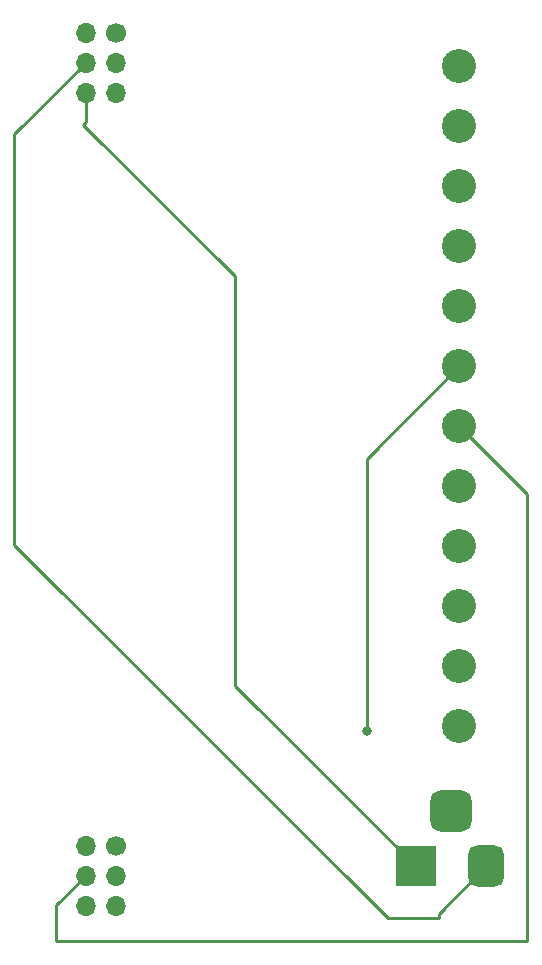
<source format=gbr>
%TF.GenerationSoftware,KiCad,Pcbnew,(7.0.0)*%
%TF.CreationDate,2023-04-06T13:36:02-07:00*%
%TF.ProjectId,Bottom_Board,426f7474-6f6d-45f4-926f-6172642e6b69,0*%
%TF.SameCoordinates,Original*%
%TF.FileFunction,Copper,L2,Bot*%
%TF.FilePolarity,Positive*%
%FSLAX46Y46*%
G04 Gerber Fmt 4.6, Leading zero omitted, Abs format (unit mm)*
G04 Created by KiCad (PCBNEW (7.0.0)) date 2023-04-06 13:36:02*
%MOMM*%
%LPD*%
G01*
G04 APERTURE LIST*
G04 Aperture macros list*
%AMRoundRect*
0 Rectangle with rounded corners*
0 $1 Rounding radius*
0 $2 $3 $4 $5 $6 $7 $8 $9 X,Y pos of 4 corners*
0 Add a 4 corners polygon primitive as box body*
4,1,4,$2,$3,$4,$5,$6,$7,$8,$9,$2,$3,0*
0 Add four circle primitives for the rounded corners*
1,1,$1+$1,$2,$3*
1,1,$1+$1,$4,$5*
1,1,$1+$1,$6,$7*
1,1,$1+$1,$8,$9*
0 Add four rect primitives between the rounded corners*
20,1,$1+$1,$2,$3,$4,$5,0*
20,1,$1+$1,$4,$5,$6,$7,0*
20,1,$1+$1,$6,$7,$8,$9,0*
20,1,$1+$1,$8,$9,$2,$3,0*%
G04 Aperture macros list end*
%TA.AperFunction,ComponentPad*%
%ADD10C,1.700000*%
%TD*%
%TA.AperFunction,ComponentPad*%
%ADD11O,1.700000X1.700000*%
%TD*%
%TA.AperFunction,ComponentPad*%
%ADD12C,2.880000*%
%TD*%
%TA.AperFunction,ComponentPad*%
%ADD13R,3.500000X3.500000*%
%TD*%
%TA.AperFunction,ComponentPad*%
%ADD14RoundRect,0.750000X0.750000X1.000000X-0.750000X1.000000X-0.750000X-1.000000X0.750000X-1.000000X0*%
%TD*%
%TA.AperFunction,ComponentPad*%
%ADD15RoundRect,0.875000X0.875000X0.875000X-0.875000X0.875000X-0.875000X-0.875000X0.875000X-0.875000X0*%
%TD*%
%TA.AperFunction,ViaPad*%
%ADD16C,0.800000*%
%TD*%
%TA.AperFunction,Conductor*%
%ADD17C,0.250000*%
%TD*%
G04 APERTURE END LIST*
D10*
%TO.P,J1,1,Pin_1*%
%TO.N,AN1*%
X136961000Y-68326000D03*
D11*
%TO.P,J1,2,Pin_2*%
%TO.N,AN0*%
X134420999Y-68325999D03*
%TO.P,J1,3,Pin_3*%
%TO.N,AN2*%
X136960999Y-70865999D03*
%TO.P,J1,4,Pin_4*%
%TO.N,GND*%
X134420999Y-70865999D03*
%TO.P,J1,5,Pin_5*%
%TO.N,AN3*%
X136960999Y-73405999D03*
%TO.P,J1,6,Pin_6*%
%TO.N,VBUS*%
X134420999Y-73405999D03*
%TD*%
D10*
%TO.P,J2,1,Pin_1*%
%TO.N,D5*%
X136961000Y-137160000D03*
D11*
%TO.P,J2,2,Pin_2*%
%TO.N,A0*%
X134420999Y-137159999D03*
%TO.P,J2,3,Pin_3*%
%TO.N,D6*%
X136960999Y-139699999D03*
%TO.P,J2,4,Pin_4*%
%TO.N,A2*%
X134420999Y-139699999D03*
%TO.P,J2,5,Pin_5*%
%TO.N,D9*%
X136960999Y-142239999D03*
%TO.P,J2,6,Pin_6*%
%TO.N,A1*%
X134420999Y-142239999D03*
%TD*%
D12*
%TO.P,J3,1,Pin_1*%
%TO.N,GND*%
X166082000Y-127000000D03*
%TO.P,J3,2,Pin_2*%
%TO.N,VBUS*%
X166082000Y-121920000D03*
%TO.P,J3,3,Pin_3*%
%TO.N,D9*%
X166082000Y-116840000D03*
%TO.P,J3,4,Pin_4*%
%TO.N,D6*%
X166082000Y-111760000D03*
%TO.P,J3,5,Pin_5*%
%TO.N,D5*%
X166082000Y-106680000D03*
%TO.P,J3,6,Pin_6*%
%TO.N,A2*%
X166082000Y-101600000D03*
%TO.P,J3,7,Pin_7*%
%TO.N,A1*%
X166082000Y-96520000D03*
%TO.P,J3,8,Pin_8*%
%TO.N,A0*%
X166082000Y-91440000D03*
%TO.P,J3,9,Pin_9*%
%TO.N,AN3*%
X166082000Y-86360000D03*
%TO.P,J3,10,Pin_10*%
%TO.N,AN2*%
X166082000Y-81280000D03*
%TO.P,J3,11,Pin_11*%
%TO.N,AN1*%
X166082000Y-76200000D03*
%TO.P,J3,12,Pin_12*%
%TO.N,AN0*%
X166082000Y-71120000D03*
%TD*%
D13*
%TO.P,J4,1*%
%TO.N,VBUS*%
X162367999Y-138879499D03*
D14*
%TO.P,J4,2*%
%TO.N,GND*%
X168368000Y-138879500D03*
D15*
%TO.P,J4,3*%
X165368000Y-134179500D03*
%TD*%
D16*
%TO.N,A1*%
X158242000Y-127381000D03*
%TD*%
D17*
%TO.N,GND*%
X128397000Y-111633000D02*
X128397000Y-76890000D01*
X128397000Y-76890000D02*
X134421000Y-70866000D01*
X164338000Y-143256000D02*
X160020000Y-143256000D01*
X168368000Y-138879500D02*
X164338000Y-142909500D01*
X164338000Y-142909500D02*
X164338000Y-143256000D01*
X160020000Y-143256000D02*
X128397000Y-111633000D01*
%TO.N,A1*%
X158242000Y-127381000D02*
X158242000Y-104360000D01*
X158242000Y-104360000D02*
X166082000Y-96520000D01*
%TO.N,A2*%
X131953000Y-142168000D02*
X134421000Y-139700000D01*
X171831000Y-145161000D02*
X131953000Y-145161000D01*
X131953000Y-145161000D02*
X131953000Y-142168000D01*
X166082000Y-101600000D02*
X171831000Y-107349000D01*
X171831000Y-107349000D02*
X171831000Y-145161000D01*
%TO.N,VBUS*%
X147059500Y-88893500D02*
X134239000Y-76073000D01*
X162368000Y-138879500D02*
X147059500Y-123571000D01*
X134239000Y-76073000D02*
X134421000Y-75891000D01*
X147059500Y-123571000D02*
X147059500Y-88893500D01*
X134421000Y-75891000D02*
X134421000Y-73406000D01*
%TD*%
M02*

</source>
